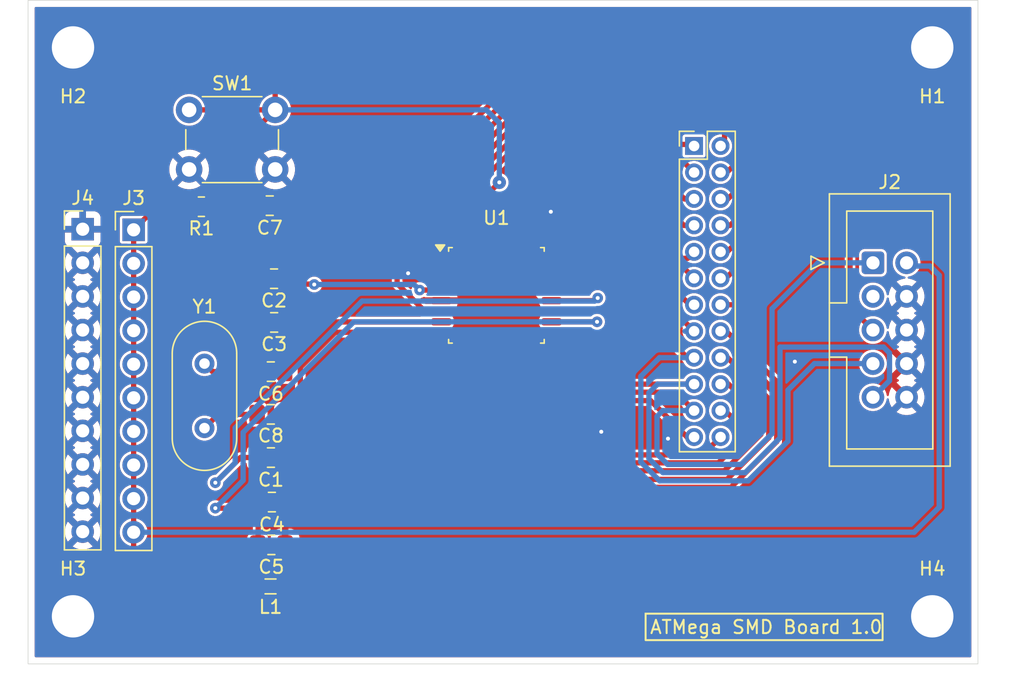
<source format=kicad_pcb>
(kicad_pcb (version 20241229) (generator "pcbnew") (generator_version "9.0")
  (title_block (title "CAN_Board") (date "2025-10-26") (rev "1.0") (company "PKl"))
  (layers (0 "F.Cu" signal) (2 "B.Cu" signal) (13 "F.Paste" user) (15 "B.Paste" user) (5 "F.SilkS" user "F.Silkscreen") (7 "B.SilkS" user "B.Silkscreen") (1 "F.Mask" user) (3 "B.Mask" user) (25 "Edge.Cuts" user))
  (net 0 "")
  (net 1 "GND")
  (net 2 "AREF")
  (net 3 "VCC")
  (net 4 "AVCC")
  (net 5 "Net-(C6-Pad2)")
  (net 6 "XTAL1")
  (net 7 "Net-(C8-Pad1)")
  (net 8 "XTAL2")
  (net 10 "RESET")
  (net 11 "PD3")
  (net 12 "PC4")
  (net 13 "PD4")
  (net 14 "PB5")
  (net 15 "PB4")
  (net 16 "PB2")
  (net 17 "PD6")
  (net 18 "PC3")
  (net 19 "PC0")
  (net 20 "PC5")
  (net 21 "PB1")
  (net 22 "PD0")
  (net 23 "PD2")
  (net 24 "PB3")
  (net 25 "PC2")
  (net 26 "PD7")
  (net 27 "PD5")
  (net 28 "PD1")
  (net 29 "PB0")
  (net 30 "PC1")
  (net 31 "PE1")
  (net 32 "PE3")
  (net 33 "PE2")
  (net 34 "PE0")
  (footprint "Capacitor_SMD:C_0805_2012Metric_Pad1.18x1.45mm_HandSolder" (layer "F.Cu") (at 140.285 89.48)
    (property "Reference" "C2" (at 0 1.655 0) (layer "F.SilkS"))
    (property "Value" "100nF")
    (fp_line (start -0.261252 -0.735) (end 0.261252 -0.735) (stroke (width 0.12)) (layer "F.SilkS"))
    (fp_line (start -0.261252 0.735) (end 0.261252 0.735) (stroke (width 0.12)) (layer "F.SilkS"))
    (pad "1" smd roundrect (at -1.0375 0) (size 1.175 1.45) (layers "F.Cu" "F.Mask" "F.Paste") (roundrect_rratio 0.212766) (net 1 "GND"))
    (pad "2" smd roundrect (at 1.0375 0) (size 1.175 1.45) (layers "F.Cu" "F.Mask" "F.Paste") (roundrect_rratio 0.212766) (net 3 "VCC"))
  )
  (footprint "Connector_PinHeader_2.54mm:PinHeader_1x10_P2.54mm_Vertical" (layer "F.Cu") (at 125.83 85.74)
    (property "Reference" "J4" (at 0 -2.36 0) (layer "F.SilkS"))
    (property "Value" "Conn_01x10_Pin")
    (fp_line (start -1.38 -1.38) (end 0 -1.38) (stroke (width 0.12)) (layer "F.SilkS"))
    (fp_line (start -1.38 0) (end -1.38 -1.38) (stroke (width 0.12)) (layer "F.SilkS"))
    (fp_line (start -1.38 1.27) (end -1.38 24.24) (stroke (width 0.12)) (layer "F.SilkS"))
    (fp_line (start -1.38 1.27) (end 1.38 1.27) (stroke (width 0.12)) (layer "F.SilkS"))
    (fp_line (start -1.38 24.24) (end 1.38 24.24) (stroke (width 0.12)) (layer "F.SilkS"))
    (fp_line (start 1.38 1.27) (end 1.38 24.24) (stroke (width 0.12)) (layer "F.SilkS"))
    (pad "1" thru_hole rect (at 0 0) (size 1.7 1.7) (drill 1) (layers "*.Cu" "*.Mask") (net 1 "GND"))
    (pad "2" thru_hole circle (at 0 2.54) (size 1.7 1.7) (drill 1) (layers "*.Cu" "*.Mask") (net 1 "GND"))
    (pad "3" thru_hole circle (at 0 5.08) (size 1.7 1.7) (drill 1) (layers "*.Cu" "*.Mask") (net 1 "GND"))
    (pad "4" thru_hole circle (at 0 7.62) (size 1.7 1.7) (drill 1) (layers "*.Cu" "*.Mask") (net 1 "GND"))
    (pad "5" thru_hole circle (at 0 10.16) (size 1.7 1.7) (drill 1) (layers "*.Cu" "*.Mask") (net 1 "GND"))
    (pad "6" thru_hole circle (at 0 12.7) (size 1.7 1.7) (drill 1) (layers "*.Cu" "*.Mask") (net 1 "GND"))
    (pad "7" thru_hole circle (at 0 15.24) (size 1.7 1.7) (drill 1) (layers "*.Cu" "*.Mask") (net 1 "GND"))
    (pad "8" thru_hole circle (at 0 17.78) (size 1.7 1.7) (drill 1) (layers "*.Cu" "*.Mask") (net 1 "GND"))
    (pad "9" thru_hole circle (at 0 20.32) (size 1.7 1.7) (drill 1) (layers "*.Cu" "*.Mask") (net 1 "GND"))
    (pad "10" thru_hole circle (at 0 22.86) (size 1.7 1.7) (drill 1) (layers "*.Cu" "*.Mask") (net 1 "GND"))
  )
  (footprint "Capacitor_SMD:C_0805_2012Metric_Pad1.18x1.45mm_HandSolder" (layer "F.Cu") (at 140.05 103 180)
    (property "Reference" "C1" (at 0 -1.68 0) (layer "F.SilkS"))
    (property "Value" "100nF")
    (fp_line (start -0.261252 0.735) (end 0.261252 0.735) (stroke (width 0.12)) (layer "F.SilkS"))
    (fp_line (start -0.261252 -0.735) (end 0.261252 -0.735) (stroke (width 0.12)) (layer "F.SilkS"))
    (pad "1" smd roundrect (at -1.0375 0 180) (size 1.175 1.45) (layers "F.Cu" "F.Mask" "F.Paste") (roundrect_rratio 0.212766) (net 1 "GND"))
    (pad "2" smd roundrect (at 1.0375 0 180) (size 1.175 1.45) (layers "F.Cu" "F.Mask" "F.Paste") (roundrect_rratio 0.212766) (net 2 "AREF"))
  )
  (footprint "Connector_PinHeader_2.00mm:PinHeader_2x12_P2.00mm_Vertical" (layer "F.Cu") (at 172.01 79.45)
    (property "Reference" "J1" (hide yes))
    (property "Value" "Conn_02x12_Odd_Even" (hide yes))
    (fp_line (start -1.11 -1.11) (end 0 -1.11) (stroke (width 0.12)) (layer "F.SilkS"))
    (fp_line (start -1.11 0) (end -1.11 -1.11) (stroke (width 0.12)) (layer "F.SilkS"))
    (fp_line (start -1.11 1) (end -1.11 23.11) (stroke (width 0.12)) (layer "F.SilkS"))
    (fp_line (start -1.11 1) (end 1 1) (stroke (width 0.12)) (layer "F.SilkS"))
    (fp_line (start -1.11 23.11) (end 3.11 23.11) (stroke (width 0.12)) (layer "F.SilkS"))
    (fp_line (start 1 -1.11) (end 3.11 -1.11) (stroke (width 0.12)) (layer "F.SilkS"))
    (fp_line (start 1 1) (end 1 -1.11) (stroke (width 0.12)) (layer "F.SilkS"))
    (fp_line (start 3.11 -1.11) (end 3.11 23.11) (stroke (width 0.12)) (layer "F.SilkS"))
    (pad "1" thru_hole rect (at 0 0) (size 1.35 1.35) (drill 0.8) (layers "*.Cu" "*.Mask") (net 20 "PC5"))
    (pad "2" thru_hole circle (at 2 0) (size 1.35 1.35) (drill 0.8) (layers "*.Cu" "*.Mask") (net 22 "PD0"))
    (pad "3" thru_hole circle (at 0 2) (size 1.35 1.35) (drill 0.8) (layers "*.Cu" "*.Mask") (net 12 "PC4"))
    (pad "4" thru_hole circle (at 2 2) (size 1.35 1.35) (drill 0.8) (layers "*.Cu" "*.Mask") (net 28 "PD1"))
    (pad "5" thru_hole circle (at 0 4) (size 1.35 1.35) (drill 0.8) (layers "*.Cu" "*.Mask") (net 18 "PC3"))
    (pad "6" thru_hole circle (at 2 4) (size 1.35 1.35) (drill 0.8) (layers "*.Cu" "*.Mask") (net 23 "PD2"))
    (pad "7" thru_hole circle (at 0 6) (size 1.35 1.35) (drill 0.8) (layers "*.Cu" "*.Mask") (net 25 "PC2"))
    (pad "8" thru_hole circle (at 2 6) (size 1.35 1.35) (drill 0.8) (layers "*.Cu" "*.Mask") (net 11 "PD3"))
    (pad "9" thru_hole circle (at 0 8) (size 1.35 1.35) (drill 0.8) (layers "*.Cu" "*.Mask") (net 30 "PC1"))
    (pad "10" thru_hole circle (at 2 8) (size 1.35 1.35) (drill 0.8) (layers "*.Cu" "*.Mask") (net 13 "PD4"))
    (pad "11" thru_hole circle (at 0 10) (size 1.35 1.35) (drill 0.8) (layers "*.Cu" "*.Mask") (net 19 "PC0"))
    (pad "12" thru_hole circle (at 2 10) (size 1.35 1.35) (drill 0.8) (layers "*.Cu" "*.Mask") (net 34 "PE0"))
    (pad "13" thru_hole circle (at 0 12) (size 1.35 1.35) (drill 0.8) (layers "*.Cu" "*.Mask") (net 32 "PE3"))
    (pad "14" thru_hole circle (at 2 12) (size 1.35 1.35) (drill 0.8) (layers "*.Cu" "*.Mask") (net 31 "PE1"))
    (pad "15" thru_hole circle (at 0 14) (size 1.35 1.35) (drill 0.8) (layers "*.Cu" "*.Mask") (net 33 "PE2"))
    (pad "16" thru_hole circle (at 2 14) (size 1.35 1.35) (drill 0.8) (layers "*.Cu" "*.Mask") (net 27 "PD5"))
    (pad "17" thru_hole circle (at 0 16) (size 1.35 1.35) (drill 0.8) (layers "*.Cu" "*.Mask") (net 14 "PB5"))
    (pad "18" thru_hole circle (at 2 16) (size 1.35 1.35) (drill 0.8) (layers "*.Cu" "*.Mask") (net 17 "PD6"))
    (pad "19" thru_hole circle (at 0 18) (size 1.35 1.35) (drill 0.8) (layers "*.Cu" "*.Mask") (net 15 "PB4"))
    (pad "20" thru_hole circle (at 2 18) (size 1.35 1.35) (drill 0.8) (layers "*.Cu" "*.Mask") (net 26 "PD7"))
    (pad "21" thru_hole circle (at 0 20) (size 1.35 1.35) (drill 0.8) (layers "*.Cu" "*.Mask") (net 24 "PB3"))
    (pad "22" thru_hole circle (at 2 20) (size 1.35 1.35) (drill 0.8) (layers "*.Cu" "*.Mask") (net 29 "PB0"))
    (pad "23" thru_hole circle (at 0 22) (size 1.35 1.35) (drill 0.8) (layers "*.Cu" "*.Mask") (net 16 "PB2"))
    (pad "24" thru_hole circle (at 2 22) (size 1.35 1.35) (drill 0.8) (layers "*.Cu" "*.Mask") (net 21 "PB1"))
  )
  (footprint "MountingHole:MountingHole_3.2mm_M3_DIN965_Pad" (layer "F.Cu") (at 125.1 72)
    (property "Reference" "H2" (at 0 3.7 0) (layer "F.SilkS"))
    (property "Value" "MountingHole_Pad" (hide yes))
    (pad "1" thru_hole circle (at 0 0) (size 5.6 5.6) (drill 3.2) (layers "*.Cu" "*.Mask") (net 1 "GND"))
  )
  (footprint "Capacitor_SMD:C_0805_2012Metric_Pad1.18x1.45mm_HandSolder" (layer "F.Cu") (at 139.96 83.96)
    (property "Reference" "C7" (at 0 1.675 0) (layer "F.SilkS"))
    (property "Value" "100nF" (hide yes))
    (fp_line (start -0.261252 -0.735) (end 0.261252 -0.735) (stroke (width 0.12)) (layer "F.SilkS"))
    (fp_line (start -0.261252 0.735) (end 0.261252 0.735) (stroke (width 0.12)) (layer "F.SilkS"))
    (pad "1" smd roundrect (at -1.0375 0) (size 1.175 1.45) (layers "F.Cu" "F.Mask" "F.Paste") (roundrect_rratio 0.212766) (net 10 "RESET"))
    (pad "2" smd roundrect (at 1.0375 0) (size 1.175 1.45) (layers "F.Cu" "F.Mask" "F.Paste") (roundrect_rratio 0.212766) (net 1 "GND"))
  )
  (footprint "Connector_IDC:IDC-Header_2x05_P2.54mm_Vertical" (layer "F.Cu") (at 185.52 88.28)
    (property "Reference" "J2" (at 1.27 -6.1 0) (layer "F.SilkS"))
    (property "Value" "AVR-ISP-10")
    (fp_line (start -4.68 -0.5) (end -4.68 0.5) (stroke (width 0.12)) (layer "F.SilkS"))
    (fp_line (start -4.68 0.5) (end -3.68 0) (stroke (width 0.12)) (layer "F.SilkS"))
    (fp_line (start -3.68 0) (end -4.68 -0.5) (stroke (width 0.12)) (layer "F.SilkS"))
    (fp_line (start -3.29 -5.21) (end 5.83 -5.21) (stroke (width 0.12)) (layer "F.SilkS"))
    (fp_line (start -3.29 3.03) (end -1.98 3.03) (stroke (width 0.12)) (layer "F.SilkS"))
    (fp_line (start -3.29 15.37) (end -3.29 -5.21) (stroke (width 0.12)) (layer "F.SilkS"))
    (fp_line (start -1.98 -3.91) (end 4.52 -3.91) (stroke (width 0.12)) (layer "F.SilkS"))
    (fp_line (start -1.98 3.03) (end -1.98 -3.91) (stroke (width 0.12)) (layer "F.SilkS"))
    (fp_line (start -1.98 7.13) (end -3.29 7.13) (stroke (width 0.12)) (layer "F.SilkS"))
    (fp_line (start -1.98 14.07) (end -1.98 7.13) (stroke (width 0.12)) (layer "F.SilkS"))
    (fp_line (start 4.52 -3.91) (end 4.52 14.07) (stroke (width 0.12)) (layer "F.SilkS"))
    (fp_line (start 4.52 14.07) (end -1.98 14.07) (stroke (width 0.12)) (layer "F.SilkS"))
    (fp_line (start 5.83 -5.21) (end 5.83 15.37) (stroke (width 0.12)) (layer "F.SilkS"))
    (fp_line (start 5.83 15.37) (end -3.29 15.37) (stroke (width 0.12)) (layer "F.SilkS"))
    (pad "1" thru_hole roundrect (at 0 0) (size 1.7 1.7) (drill 1) (layers "*.Cu" "*.Mask") (roundrect_rratio 0.147059) (net 24 "PB3"))
    (pad "2" thru_hole circle (at 2.54 0) (size 1.7 1.7) (drill 1) (layers "*.Cu" "*.Mask") (net 3 "VCC"))
    (pad "3" thru_hole circle (at 0 2.54) (size 1.7 1.7) (drill 1) (layers "*.Cu" "*.Mask"))
    (pad "4" thru_hole circle (at 2.54 2.54) (size 1.7 1.7) (drill 1) (layers "*.Cu" "*.Mask") (net 1 "GND"))
    (pad "5" thru_hole circle (at 0 5.08) (size 1.7 1.7) (drill 1) (layers "*.Cu" "*.Mask") (net 10 "RESET"))
    (pad "6" thru_hole circle (at 2.54 5.08) (size 1.7 1.7) (drill 1) (layers "*.Cu" "*.Mask") (net 1 "GND"))
    (pad "7" thru_hole circle (at 0 7.62) (size 1.7 1.7) (drill 1) (layers "*.Cu" "*.Mask") (net 14 "PB5"))
    (pad "8" thru_hole circle (at 2.54 7.62) (size 1.7 1.7) (drill 1) (layers "*.Cu" "*.Mask") (net 1 "GND"))
    (pad "9" thru_hole circle (at 0 10.16) (size 1.7 1.7) (drill 1) (layers "*.Cu" "*.Mask") (net 15 "PB4"))
    (pad "10" thru_hole circle (at 2.54 10.16) (size 1.7 1.7) (drill 1) (layers "*.Cu" "*.Mask") (net 1 "GND"))
  )
  (footprint "Resistor_SMD:R_0805_2012Metric" (layer "F.Cu") (at 134.7975 84.04)
    (property "Reference" "R1" (at 0 1.645 0) (layer "F.SilkS"))
    (property "Value" "1K")
    (fp_line (start -0.227064 -0.735) (end 0.227064 -0.735) (stroke (width 0.12)) (layer "F.SilkS"))
    (fp_line (start -0.227064 0.735) (end 0.227064 0.735) (stroke (width 0.12)) (layer "F.SilkS"))
    (pad "1" smd roundrect (at -0.9125 0) (size 1.025 1.4) (layers "F.Cu" "F.Mask" "F.Paste") (roundrect_rratio 0.243902) (net 3 "VCC"))
    (pad "2" smd roundrect (at 0.9125 0) (size 1.025 1.4) (layers "F.Cu" "F.Mask" "F.Paste") (roundrect_rratio 0.243902) (net 10 "RESET"))
  )
  (footprint "Capacitor_SMD:C_0805_2012Metric_Pad1.18x1.45mm_HandSolder" (layer "F.Cu") (at 140.0425 96.505 180)
    (property "Reference" "C6" (at 0 -1.68 0) (layer "F.SilkS"))
    (property "Value" "22pF")
    (fp_line (start -0.261252 0.735) (end 0.261252 0.735) (stroke (width 0.12)) (layer "F.SilkS"))
    (fp_line (start -0.261252 -0.735) (end 0.261252 -0.735) (stroke (width 0.12)) (layer "F.SilkS"))
    (pad "1" smd roundrect (at -1.0375 0 180) (size 1.175 1.45) (layers "F.Cu" "F.Mask" "F.Paste") (roundrect_rratio 0.212766) (net 6 "XTAL1"))
    (pad "2" smd roundrect (at 1.0375 0 180) (size 1.175 1.45) (layers "F.Cu" "F.Mask" "F.Paste") (roundrect_rratio 0.212766) (net 5 "Net-(C6-Pad2)"))
  )
  (footprint "Capacitor_SMD:C_0805_2012Metric_Pad1.18x1.45mm_HandSolder" (layer "F.Cu") (at 140.1225 106.365)
    (property "Reference" "C4" (at 0 1.7 0) (layer "F.SilkS"))
    (property "Value" "100nF")
    (fp_line (start -0.261252 -0.735) (end 0.261252 -0.735) (stroke (width 0.12)) (layer "F.SilkS"))
    (fp_line (start -0.261252 0.735) (end 0.261252 0.735) (stroke (width 0.12)) (layer "F.SilkS"))
    (pad "1" smd roundrect (at -1.0375 0) (size 1.175 1.45) (layers "F.Cu" "F.Mask" "F.Paste") (roundrect_rratio 0.212766) (net 4 "AVCC"))
    (pad "2" smd roundrect (at 1.0375 0) (size 1.175 1.45) (layers "F.Cu" "F.Mask" "F.Paste") (roundrect_rratio 0.212766) (net 1 "GND"))
  )
  (footprint "Inductor_SMD:L_0805_2012Metric_Pad1.05x1.20mm_HandSolder" (layer "F.Cu") (at 140.02 112.74 180)
    (property "Reference" "L1" (at 0 -1.55 0) (layer "F.SilkS"))
    (property "Value" "600 Ω@100 MHz" (hide yes))
    (fp_line (start -0.410242 0.56) (end 0.410242 0.56) (stroke (width 0.12)) (layer "F.SilkS"))
    (fp_line (start -0.410242 -0.56) (end 0.410242 -0.56) (stroke (width 0.12)) (layer "F.SilkS"))
    (pad "1" smd roundrect (at -1.15 0 180) (size 1.05 1.2) (layers "F.Cu" "F.Mask" "F.Paste") (roundrect_rratio 0.238095) (net 3 "VCC"))
    (pad "2" smd roundrect (at 1.15 0 180) (size 1.05 1.2) (layers "F.Cu" "F.Mask" "F.Paste") (roundrect_rratio 0.238095) (net 4 "AVCC"))
  )
  (footprint "Connector_PinHeader_2.54mm:PinHeader_1x10_P2.54mm_Vertical" (layer "F.Cu") (at 129.68 85.785)
    (property "Reference" "J3" (at 0 -2.395 0) (layer "F.SilkS"))
    (property "Value" "Conn_01x10_Pin")
    (fp_line (start -1.38 -1.38) (end 0 -1.38) (stroke (width 0.12)) (layer "F.SilkS"))
    (fp_line (start -1.38 0) (end -1.38 -1.38) (stroke (width 0.12)) (layer "F.SilkS"))
    (fp_line (start -1.38 1.27) (end -1.38 24.24) (stroke (width 0.12)) (layer "F.SilkS"))
    (fp_line (start -1.38 1.27) (end 1.38 1.27) (stroke (width 0.12)) (layer "F.SilkS"))
    (fp_line (start -1.38 24.24) (end 1.38 24.24) (stroke (width 0.12)) (layer "F.SilkS"))
    (fp_line (start 1.38 1.27) (end 1.38 24.24) (stroke (width 0.12)) (layer "F.SilkS"))
    (pad "1" thru_hole rect (at 0 0) (size 1.7 1.7) (drill 1) (layers "*.Cu" "*.Mask") (net 3 "VCC"))
    (pad "2" thru_hole circle (at 0 2.54) (size 1.7 1.7) (drill 1) (layers "*.Cu" "*.Mask") (net 3 "VCC"))
    (pad "3" thru_hole circle (at 0 5.08) (size 1.7 1.7) (drill 1) (layers "*.Cu" "*.Mask") (net 3 "VCC"))
    (pad "4" thru_hole circle (at 0 7.62) (size 1.7 1.7) (drill 1) (layers "*.Cu" "*.Mask") (net 3 "VCC"))
    (pad "5" thru_hole circle (at 0 10.16) (size 1.7 1.7) (drill 1) (layers "*.Cu" "*.Mask") (net 3 "VCC"))
    (pad "6" thru_hole circle (at 0 12.7) (size 1.7 1.7) (drill 1) (layers "*.Cu" "*.Mask") (net 3 "VCC"))
    (pad "7" thru_hole circle (at 0 15.24) (size 1.7 1.7) (drill 1) (layers "*.Cu" "*.Mask") (net 3 "VCC"))
    (pad "8" thru_hole circle (at 0 17.78) (size 1.7 1.7) (drill 1) (layers "*.Cu" "*.Mask") (net 3 "VCC"))
    (pad "9" thru_hole circle (at 0 20.32) (size 1.7 1.7) (drill 1) (layers "*.Cu" "*.Mask") (net 3 "VCC"))
    (pad "10" thru_hole circle (at 0 22.86) (size 1.7 1.7) (drill 1) (layers "*.Cu" "*.Mask") (net 3 "VCC"))
  )
  (footprint "Package_QFP:TQFP-32_7x7mm_P0.8mm" (layer "F.Cu") (at 157.08 90.74)
    (property "Reference" "U1" (at 0 -5.85 0) (layer "F.SilkS"))
    (property "Value" "ATmega328PB-A")
    (fp_line (start -3.61 -3.61) (end -3.335 -3.61) (stroke (width 0.12)) (layer "F.SilkS"))
    (fp_line (start -3.61 -3.335) (end -3.61 -3.61) (stroke (width 0.12)) (layer "F.SilkS"))
    (fp_line (start -3.61 3.61) (end -3.61 3.335) (stroke (width 0.12)) (layer "F.SilkS"))
    (fp_line (start -3.335 3.61) (end -3.61 3.61) (stroke (width 0.12)) (layer "F.SilkS"))
    (fp_line (start 3.335 -3.61) (end 3.61 -3.61) (stroke (width 0.12)) (layer "F.SilkS"))
    (fp_line (start 3.61 -3.61) (end 3.61 -3.335) (stroke (width 0.12)) (layer "F.SilkS"))
    (fp_line (start 3.61 3.335) (end 3.61 3.61) (stroke (width 0.12)) (layer "F.SilkS"))
    (fp_line (start 3.61 3.61) (end 3.335 3.61) (stroke (width 0.12)) (layer "F.SilkS"))
    (fp_poly (pts (xy -4.25 -3.34) (xy -4.59 -3.81) (xy -3.91 -3.81)) (stroke (width 0.12)) (fill yes) (layer "F.SilkS"))
    (pad "1" smd roundrect (at -4.1625 -2.8) (size 1.475 0.55) (layers "F.Cu" "F.Mask" "F.Paste") (net 11 "PD3"))
    (pad "2" smd roundrect (at -4.1625 -2) (size 1.475 0.55) (layers "F.Cu" "F.Mask" "F.Paste") (net 13 "PD4"))
    (pad "3" smd roundrect (at -4.1625 -1.2) (size 1.475 0.55) (layers "F.Cu" "F.Mask" "F.Paste") (net 34 "PE0"))
    (pad "4" smd roundrect (at -4.1625 -0.4) (size 1.475 0.55) (layers "F.Cu" "F.Mask" "F.Paste") (net 3 "VCC"))
    (pad "5" smd roundrect (at -4.1625 0.4) (size 1.475 0.55) (layers "F.Cu" "F.Mask" "F.Paste") (net 1 "GND"))
    (pad "6" smd roundrect (at -4.1625 1.2) (size 1.475 0.55) (layers "F.Cu" "F.Mask" "F.Paste") (net 31 "PE1"))
    (pad "7" smd roundrect (at -4.1625 2) (size 1.475 0.55) (layers "F.Cu" "F.Mask" "F.Paste") (net 6 "XTAL1"))
    (pad "8" smd roundrect (at -4.1625 2.8) (size 1.475 0.55) (layers "F.Cu" "F.Mask" "F.Paste") (net 8 "XTAL2"))
    (pad "9" smd roundrect (at -2.8 4.1625) (size 0.55 1.475) (layers "F.Cu" "F.Mask" "F.Paste") (net 27 "PD5"))
    (pad "10" smd roundrect (at -2 4.1625) (size 0.55 1.475) (layers "F.Cu" "F.Mask" "F.Paste") (net 17 "PD6"))
    (pad "11" smd roundrect (at -1.2 4.1625) (size 0.55 1.475) (layers "F.Cu" "F.Mask" "F.Paste") (net 26 "PD7"))
    (pad "12" smd roundrect (at -0.4 4.1625) (size 0.55 1.475) (layers "F.Cu" "F.Mask" "F.Paste") (net 29 "PB0"))
    (pad "13" smd roundrect (at 0.4 4.1625) (size 0.55 1.475) (layers "F.Cu" "F.Mask" "F.Paste") (net 21 "PB1"))
    (pad "14" smd roundrect (at 1.2 4.1625) (size 0.55 1.475) (layers "F.Cu" "F.Mask" "F.Paste") (net 16 "PB2"))
    (pad "15" smd roundrect (at 2 4.1625) (size 0.55 1.475) (layers "F.Cu" "F.Mask" "F.Paste") (net 24 "PB3"))
    (pad "16" smd roundrect (at 2.8 4.1625) (size 0.55 1.475) (layers "F.Cu" "F.Mask" "F.Paste") (net 15 "PB4"))
    (pad "17" smd roundrect (at 4.1625 2.8) (size 1.475 0.55) (layers "F.Cu" "F.Mask" "F.Paste") (net 14 "PB5"))
    (pad "18" smd roundrect (at 4.1625 2) (size 1.475 0.55) (layers "F.Cu" "F.Mask" "F.Paste") (net 4 "AVCC"))
    (pad "19" smd roundrect (at 4.1625 1.2) (size 1.475 0.55) (layers "F.Cu" "F.Mask" "F.Paste") (net 33 "PE2"))
    (pad "20" smd roundrect (at 4.1625 0.4) (size 1.475 0.55) (layers "F.Cu" "F.Mask" "F.Paste") (net 2 "AREF"))
    (pad "21" smd roundrect (at 4.1625 -0.4) (size 1.475 0.55) (layers "F.Cu" "F.Mask" "F.Paste") (net 1 "GND"))
    (pad "22" smd roundrect (at 4.1625 -1.2) (size 1.475 0.55) (layers "F.Cu" "F.Mask" "F.Paste") (net 32 "PE3"))
    (pad "23" smd roundrect (at 4.1625 -2) (size 1.475 0.55) (layers "F.Cu" "F.Mask" "F.Paste") (net 19 "PC0"))
    (pad "24" smd roundrect (at 4.1625 -2.8) (size 1.475 0.55) (layers "F.Cu" "F.Mask" "F.Paste") (net 30 "PC1"))
    (pad "25" smd roundrect (at 2.8 -4.1625) (size 0.55 1.475) (layers "F.Cu" "F.Mask" "F.Paste") (net 25 "PC2"))
    (pad "26" smd roundrect (at 2 -4.1625) (size 0.55 1.475) (layers "F.Cu" "F.Mask" "F.Paste") (net 18 "PC3"))
    (pad "27" smd roundrect (at 1.2 -4.1625) (size 0.55 1.475) (layers "F.Cu" "F.Mask" "F.Paste") (net 12 "PC4"))
    (pad "28" smd roundrect (at 0.4 -4.1625) (size 0.55 1.475) (layers "F.Cu" "F.Mask" "F.Paste") (net 20 "PC5"))
    (pad "29" smd roundrect (at -0.4 -4.1625) (size 0.55 1.475) (layers "F.Cu" "F.Mask" "F.Paste") (net 10 "RESET"))
    (pad "30" smd roundrect (at -1.2 -4.1625) (size 0.55 1.475) (layers "F.Cu" "F.Mask" "F.Paste") (net 22 "PD0"))
    (pad "31" smd roundrect (at -2 -4.1625) (size 0.55 1.475) (layers "F.Cu" "F.Mask" "F.Paste") (net 28 "PD1"))
    (pad "32" smd roundrect (at -2.8 -4.1625) (size 0.55 1.475) (layers "F.Cu" "F.Mask" "F.Paste") (net 23 "PD2"))
  )
  (footprint "Button_Switch_THT:SW_PUSH_6mm" (layer "F.Cu") (at 133.87 76.72)
    (property "Reference" "SW1" (at 3.25 -2 0) (layer "F.SilkS"))
    (property "Value" "Tact Switch 6x6mm / 13mm" (hide yes))
    (fp_line (start -0.25 1.5) (end -0.25 3) (stroke (width 0.12)) (layer "F.SilkS"))
    (fp_line (start 1 5.5) (end 5.5 5.5) (stroke (width 0.12)) (layer "F.SilkS"))
    (fp_line (start 5.5 -1) (end 1 -1) (stroke (width 0.12)) (layer "F.SilkS"))
    (fp_line (start 6.75 3) (end 6.75 1.5) (stroke (width 0.12)) (layer "F.SilkS"))
    (pad "1" thru_hole circle (at 0 0 90) (size 2 2) (drill 1.1) (layers "*.Cu" "*.Mask") (net 10 "RESET"))
    (pad "1" thru_hole circle (at 6.5 0 90) (size 2 2) (drill 1.1) (layers "*.Cu" "*.Mask") (net 10 "RESET"))
    (pad "2" thru_hole circle (at 0 4.5 90) (size 2 2) (drill 1.1) (layers "*.Cu" "*.Mask") (net 1 "GND"))
    (pad "2" thru_hole circle (at 6.5 4.5 90) (size 2 2) (drill 1.1) (layers "*.Cu" "*.Mask") (net 1 "GND"))
  )
  (footprint "MountingHole:MountingHole_3.2mm_M3_DIN965_Pad" (layer "F.Cu") (at 125.1 115)
    (property "Reference" "H3" (at 0 -3.6 0) (layer "F.SilkS"))
    (property "Value" "MountingHole_Pad")
    (pad "1" thru_hole circle (at 0 0) (size 5.6 5.6) (drill 3.2) (layers "*.Cu" "*.Mask") (net 1 "GND"))
  )
  (footprint "Capacitor_SMD:C_0805_2012Metric_Pad1.18x1.45mm_HandSolder" (layer "F.Cu") (at 140.0825 109.6)
    (property "Reference" "C5" (at 0 1.665 0) (layer "F.SilkS"))
    (property "Value" "1uF")
    (fp_line (start -0.261252 -0.735) (end 0.261252 -0.735) (stroke (width 0.12)) (layer "F.SilkS"))
    (fp_line (start -0.261252 0.735) (end 0.261252 0.735) (stroke (width 0.12)) (layer "F.SilkS"))
    (pad "1" smd roundrect (at -1.0375 0) (size 1.175 1.45) (layers "F.Cu" "F.Mask" "F.Paste") (roundrect_rratio 0.212766) (net 4 "AVCC"))
    (pad "2" smd roundrect (at 1.0375 0) (size 1.175 1.45) (layers "F.Cu" "F.Mask" "F.Paste") (roundrect_rratio 0.212766) (net 1 "GND"))
  )
  (footprint "Crystal:Crystal_HC49-4H_Vertical" (layer "F.Cu") (at 135.03 95.895 -90)
    (property "Reference" "Y1" (at -4.3 0 0) (layer "F.SilkS"))
    (property "Value" "Crystal")
    (fp_line (start 5.64 2.435) (end -0.76 2.435) (stroke (width 0.12)) (layer "F.SilkS"))
    (fp_line (start -0.76 -2.435) (end 5.64 -2.435) (stroke (width 0.12)) (layer "F.SilkS"))
    (fp_arc (start -0.76 2.435) (mid -3.195 0) (end -0.76 -2.435) (stroke (width 0.12)) (layer "F.SilkS"))
    (fp_arc (start 5.64 -2.435) (mid 8.075 0) (end 5.64 2.435) (stroke (width 0.12)) (layer "F.SilkS"))
    (pad "1" thru_hole circle (at 0 0 270) (size 1.5 1.5) (drill 0.8) (layers "*.Cu" "*.Mask") (net 5 "Net-(C6-Pad2)"))
    (pad "2" thru_hole circle (at 4.88 0 270) (size 1.5 1.5) (drill 0.8) (layers "*.Cu" "*.Mask") (net 7 "Net-(C8-Pad1)"))
  )
  (footprint "Capacitor_SMD:C_0805_2012Metric_Pad1.18x1.45mm_HandSolder" (layer "F.Cu") (at 140.2925 92.785)
    (property "Reference" "C3" (at 0 1.65 0) (layer "F.SilkS"))
    (property "Value" "1uF")
    (fp_line (start -0.261252 -0.735) (end 0.261252 -0.735) (stroke (width 0.12)) (layer "F.SilkS"))
    (fp_line (start -0.261252 0.735) (end 0.261252 0.735) (stroke (width 0.12)) (layer "F.SilkS"))
    (pad "1" smd roundrect (at -1.0375 0) (size 1.175 1.45) (layers "F.Cu" "F.Mask" "F.Paste") (roundrect_rratio 0.212766) (net 1 "GND"))
    (pad "2" smd roundrect (at 1.0375 0) (size 1.175 1.45) (layers "F.Cu" "F.Mask" "F.Paste") (roundrect_rratio 0.212766) (net 3 "VCC"))
  )
  (footprint "Capacitor_SMD:C_0805_2012Metric_Pad1.18x1.45mm_HandSolder" (layer "F.Cu") (at 140.0425 99.735)
    (property "Reference" "C8" (at 0 1.61 0) (layer "F.SilkS"))
    (property "Value" "22pF")
    (fp_line (start -0.261252 -0.735) (end 0.261252 -0.735) (stroke (width 0.12)) (layer "F.SilkS"))
    (fp_line (start -0.261252 0.735) (end 0.261252 0.735) (stroke (width 0.12)) (layer "F.SilkS"))
    (pad "1" smd roundrect (at -1.0375 0) (size 1.175 1.45) (layers "F.Cu" "F.Mask" "F.Paste") (roundrect_rratio 0.212766) (net 7 "Net-(C8-Pad1)"))
    (pad "2" smd roundrect (at 1.0375 0) (size 1.175 1.45) (layers "F.Cu" "F.Mask" "F.Paste") (roundrect_rratio 0.212766) (net 8 "XTAL2"))
  )
  (footprint "MountingHole:MountingHole_3.2mm_M3_DIN965_Pad" (layer "F.Cu") (at 190 115)
    (property "Reference" "H4" (at 0 -3.6 0) (layer "F.SilkS"))
    (property "Value" "MountingHole_Pad")
    (pad "1" thru_hole circle (at 0 0) (size 5.6 5.6) (drill 3.2) (layers "*.Cu" "*.Mask") (net 1 "GND"))
  )
  (footprint "MountingHole:MountingHole_3.2mm_M3_DIN965_Pad" (layer "F.Cu") (at 190 72)
    (property "Reference" "H1" (at 0 3.7 0) (layer "F.SilkS"))
    (property "Value" "MountingHole_Pad" (hide yes))
    (pad "1" thru_hole circle (at 0 0) (size 5.6 5.6) (drill 3.2) (layers "*.Cu" "*.Mask") (net 1 "GND"))
  )
  (gr_rect (start 168.35 114.8) (end 186.25 116.8) (stroke (width 0.15)) (fill no) (layer "F.SilkS"))
  (gr_rect (start 121.707152 68.44) (end 193.45 118.595) (stroke (width 0.05)) (fill no) (layer "Edge.Cuts"))
  (gr_text "ATMega SMD Board 1.0" (at 168.6 116.4 0) (layer "F.SilkS") (effects (font (size 1 1)) (justify left bottom)))
  (via (at 150.41 89.07) (size 0.8) (drill 0.3) (layers "F.Cu" "B.Cu") (net 1))
  (via (at 165 101.05) (size 0.8) (drill 0.3) (layers "F.Cu" "B.Cu") (net 1))
  (via (at 170.04 101.57) (size 0.8) (drill 0.3) (layers "F.Cu" "B.Cu") (net 1))
  (via (at 179.62 95.75) (size 0.8) (drill 0.3) (layers "F.Cu" "B.Cu") (net 1))
  (via (at 161.19 84.42) (size 0.8) (drill 0.3) (layers "F.Cu" "B.Cu") (net 1))
  (segment (start 138.9975 102.985) (end 139.0125 103) (width 0.4) (layer "F.Cu") (net 2))
  (segment (start 164.53 91.14) (end 164.73 90.94) (width 0.4) (layer "F.Cu") (net 2))
  (segment (start 135.85 104.9) (end 137.75 103) (width 0.4) (layer "F.Cu") (net 2))
  (segment (start 139.04 102.9725) (end 139.0125 103) (width 0.4) (layer "F.Cu") (net 2))
  (segment (start 161.2425 91.14) (end 164.53 91.14) (width 0.4) (layer "F.Cu") (net 2))
  (segment (start 137.75 103) (end 139.0125 103) (width 0.4) (layer "F.Cu") (net 2))
  (via (at 164.73 90.94) (size 0.8) (drill 0.3) (layers "F.Cu" "B.Cu") (net 2))
  (via (at 135.85 104.9) (size 0.8) (drill 0.3) (layers "F.Cu" "B.Cu") (net 2))
  (segment (start 164.5 91.17) (end 146.93 91.17) (width 0.4) (layer "B.Cu") (net 2))
  (segment (start 146.93 91.17) (end 137.35 100.75) (width 0.4) (layer "B.Cu") (net 2))
  (segment (start 164.73 90.94) (end 164.5 91.17) (width 0.4) (layer "B.Cu") (net 2))
  (segment (start 137.35 103.4) (end 135.85 104.9) (width 0.4) (layer "B.Cu") (net 2))
  (segment (start 137.35 100.75) (end 137.35 103.4) (width 0.4) (layer "B.Cu") (net 2))
  (segment (start 143.29 89.89) (end 143.32 89.92) (width 0.4) (layer "F.Cu") (net 3))
  (segment (start 141.17 113.72) (end 140.37 114.52) (width 0.4) (layer "F.Cu") (net 3))
  (segment (start 141.31 89.4925) (end 141.3225 89.48) (width 0.4) (layer "F.Cu") (net 3))
  (segment (start 129.68 113.93) (end 129.68 108.645) (width 0.4) (layer "F.Cu") (net 3))
  (segment (start 140.37 114.52) (end 130.27 114.52) (width 0.4) (layer "F.Cu") (net 3))
  (segment (start 129.68 85.785) (end 129.68 108.645) (width 0.4) (layer "F.Cu") (net 3))
  (segment (start 141.3225 89.48) (end 141.7325 89.89) (width 0.4) (layer "F.Cu") (net 3))
  (segment (start 130.27 114.52) (end 129.68 113.93) (width 0.4) (layer "F.Cu") (net 3))
  (segment (start 141.17 112.74) (end 141.17 113.72) (width 0.4) (layer "F.Cu") (net 3))
  (segment (start 141.31 92.755) (end 141.31 89.4925) (width 0.4) (layer "F.Cu") (net 3))
  (segment (start 133.885 84.04) (end 137.6775 87.8325) (width 0.4) (layer "F.Cu") (net 3))
  (segment (start 151.28 90.34) (end 152.9175 90.34) (width 0.4) (layer "F.Cu") (net 3))
  (segment (start 141.7325 89.89) (end 143.29 89.89) (width 0.4) (layer "F.Cu") (net 3))
  (segment (start 131.425 84.04) (end 129.68 85.785) (width 0.4) (layer "F.Cu") (net 3))
  (segment (start 133.885 84.04) (end 131.425 84.04) (width 0.4) (layer "F.Cu") (net 3))
  (segment (start 141.3225 89.48) (end 141.3225 87.8325) (width 0.4) (layer "F.Cu") (net 3))
  (segment (start 137.6775 87.8325) (end 140.95 87.8325) (width 0.4) (layer "F.Cu") (net 3))
  (segment (start 140.95 87.8325) (end 141.3225 87.8325) (width 0.4) (layer "F.Cu") (net 3))
  (via (at 143.32 89.92) (size 0.8) (drill 0.3) (layers "F.Cu" "B.Cu") (net 3))
  (via (at 151.28 90.34) (size 0.8) (drill 0.3) (layers "F.Cu" "B.Cu") (net 3))
  (segment (start 151.28 90.34) (end 150.86 89.92) (width 0.4) (layer "B.Cu") (net 3))
  (segment (start 150.86 89.92) (end 143.32 89.92) (width 0.4) (layer "B.Cu") (net 3))
  (segment (start 188.305 88.525) (end 188.06 88.28) (width 0.4) (layer "B.Cu") (net 3))
  (segment (start 189.825 88.525) (end 188.305 88.525) (width 0.4) (layer "B.Cu") (net 3))
  (segment (start 143.32 89.92) (end 143.3 89.92) (width 0.4) (layer "B.Cu") (net 3))
  (segment (start 188.63 108.645) (end 190.525 106.75) (width 0.4) (layer "B.Cu") (net 3))
  (segment (start 190.525 89.225) (end 189.825 88.525) (width 0.4) (layer "B.Cu") (net 3))
  (segment (start 129.68 108.645) (end 188.63 108.645) (width 0.4) (layer "B.Cu") (net 3))
  (segment (start 190.525 106.75) (end 190.525 89.225) (width 0.4) (layer "B.Cu") (net 3))
  (segment (start 135.85 106.825) (end 138.625 106.825) (width 0.4) (layer "F.Cu") (net 4))
  (segment (start 164.68 92.74) (end 161.2425 92.74) (width 0.4) (layer "F.Cu") (net 4))
  (segment (start 139.045 109.6) (end 139.045 112.565) (width 0.4) (layer "F.Cu") (net 4))
  (segment (start 139.085 109.56) (end 139.045 109.6) (width 0.4) (layer "F.Cu") (net 4))
  (segment (start 139.045 112.565) (end 138.87 112.74) (width 0.4) (layer "F.Cu") (net 4))
  (segment (start 138.625 106.825) (end 139.085 106.365) (width 0.4) (layer "F.Cu") (net 4))
  (segment (start 139.085 106.365) (end 139.085 109.56) (width 0.4) (layer "F.Cu") (net 4))
  (segment (start 139.045 106.38) (end 139.055 106.37) (width 0.4) (layer "F.Cu") (net 4))
  (via (at 164.68 92.74) (size 0.8) (drill 0.3) (layers "F.Cu" "B.Cu") (net 4))
  (via (at 135.85 106.825) (size 0.8) (drill 0.3) (layers "F.Cu" "B.Cu") (net 4))
  (segment (start 137.95 104.725) (end 135.85 106.825) (width 0.4) (layer "B.Cu") (net 4))
  (segment (start 137.95 101.1) (end 137.95 104.725) (width 0.4) (layer "B.Cu") (net 4))
  (segment (start 164.68 92.74) (end 146.31 92.74) (width 0.4) (layer "B.Cu") (net 4))
  (segment (start 146.31 92.74) (end 137.95 101.1) (width 0.4) (layer "B.Cu") (net 4))
  (segment (start 139.005 96.505) (end 135.64 96.505) (width 0.4) (layer "F.Cu") (net 5))
  (segment (start 135.64 96.505) (end 135.03 95.895) (width 0.4) (layer "F.Cu") (net 5))
  (segment (start 144.835 92.75) (end 152.9075 92.75) (width 0.4) (layer "F.Cu") (net 6))
  (segment (start 141.08 96.505) (end 144.835 92.75) (width 0.4) (layer "F.Cu") (net 6))
  (segment (start 152.9075 92.75) (end 152.9175 92.74) (width 0.4) (layer "F.Cu") (net 6))
  (segment (start 139.005 99.735) (end 136.07 99.735) (width 0.4) (layer "F.Cu") (net 7))
  (segment (start 136.07 99.735) (end 135.03 100.775) (width 0.4) (layer "F.Cu") (net 7))
  (segment (start 141.08 99.735) (end 142.27 98.545) (width 0.4) (layer "F.Cu") (net 8))
  (segment (start 144.92 93.53) (end 152.9075 93.53) (width 0.4) (layer "F.Cu") (net 8))
  (segment (start 152.9075 93.53) (end 152.9175 93.54) (width 0.4) (layer "F.Cu") (net 8))
  (segment (start 142.27 96.18) (end 144.92 93.53) (width 0.4) (layer "F.Cu") (net 8))
  (segment (start 142.27 98.545) (end 142.27 96.18) (width 0.4) (layer "F.Cu") (net 8))
  (segment (start 140.855 99.585) (end 140.81 99.63) (width 0.4) (layer "F.Cu") (net 8))
  (segment (start 140.37 72.28) (end 140.37 76.72) (width 0.4) (layer "F.Cu") (net 10))
  (segment (start 138.9425 83.85) (end 137.96 83.85) (width 0.4) (layer "F.Cu") (net 10))
  (segment (start 138.8425 84.04) (end 138.9225 83.96) (width 0.4) (layer "F.Cu") (net 10))
  (segment (start 156.68 86.5775) (end 156.68 82.82) (width 0.4) (layer "F.Cu") (net 10))
  (segment (start 137.96 83.85) (end 137.25 83.14) (width 0.4) (layer "F.Cu") (net 10))
  (segment (start 137.25 83.14) (end 137.25 79.84) (width 0.4) (layer "F.Cu") (net 10))
  (segment (start 142.18 70.47) (end 140.37 72.28) (width 0.4) (layer "F.Cu") (net 10))
  (segment (start 140.17 76.52) (end 140.37 76.72) (width 0.4) (layer "F.Cu") (net 10))
  (segment (start 185.52 93.36) (end 183.79 91.63) (width 0.4) (layer "F.Cu") (net 10))
  (segment (start 135.71 84.04) (end 138.8425 84.04) (width 0.4) (layer "F.Cu") (net 10))
  (segment (start 137.25 79.84) (end 140.37 76.72) (width 0.4) (layer "F.Cu") (net 10))
  (segment (start 140.37 76.72) (end 133.87 76.72) (width 0.4) (layer "F.Cu") (net 10))
  (segment (start 156.68 82.82) (end 157.3 82.2) (width 0.4) (layer "F.Cu") (net 10))
  (segment (start 182.53 70.47) (end 142.18 70.47) (width 0.4) (layer "F.Cu") (net 10))
  (segment (start 183.79 71.73) (end 182.53 70.47) (width 0.4) (layer "F.Cu") (net 10))
  (segment (start 183.79 91.63) (end 183.79 71.73) (width 0.4) (layer "F.Cu") (net 10))
  (via (at 157.3 82.2) (size 1) (drill 0.3) (layers "F.Cu" "B.Cu") (net 10))
  (segment (start 157.3 82.2) (end 157.3 77.7) (width 0.4) (layer "B.Cu") (net 10))
  (segment (start 156.32 76.72) (end 140.37 76.72) (width 0.4) (layer "B.Cu") (net 10))
  (segment (start 140.48 76.61) (end 140.37 76.72) (width 0.4) (layer "B.Cu") (net 10))
  (segment (start 157.3 77.7) (end 156.32 76.72) (width 0.4) (layer "B.Cu") (net 10))
  (segment (start 151.55 87.28) (end 151.55 83.94) (width 0.4) (layer "F.Cu") (net 11))
  (segment (start 177.56 77.56) (end 177.56 82.62) (width 0.4) (layer "F.Cu") (net 11))
  (segment (start 175.44 75.44) (end 177.56 77.56) (width 0.4) (layer "F.Cu") (net 11))
  (segment (start 160.05 75.44) (end 175.44 75.44) (width 0.4) (layer "F.Cu") (net 11))
  (segment (start 177.56 82.62) (end 174.73 85.45) (width 0.4) (layer "F.Cu") (net 11))
  (segment (start 174.73 85.45) (end 174.01 85.45) (width 0.4) (layer "F.Cu") (net 11))
  (segment (start 152.43 87.95) (end 152.45 87.97) (width 0.4) (layer "F.Cu") (net 11))
  (segment (start 152.21 87.94) (end 151.55 87.28) (width 0.4) (layer "F.Cu") (net 11))
  (segment (start 152.9175 87.94) (end 152.21 87.94) (width 0.4) (layer "F.Cu") (net 11))
  (segment (start 151.55 83.94) (end 160.05 75.44) (width 0.4) (layer "F.Cu") (net 11))
  (segment (start 162.02 79.98) (end 170.54 79.98) (width 0.4) (layer "F.Cu") (net 12))
  (segment (start 170.54 79.98) (end 172.01 81.45) (width 0.4) (layer "F.Cu") (net 12))
  (segment (start 158.28 83.72) (end 162.02 79.98) (width 0.4) (layer "F.Cu") (net 12))
  (segment (start 158.28 86.5775) (end 158.28 83.72) (width 0.4) (layer "F.Cu") (net 12))
  (segment (start 171.69 81.13) (end 171.69 81.425) (width 0.4) (layer "B.Cu") (net 12))
  (segment (start 159.81 74.83) (end 150.82 83.82) (width 0.4) (layer "F.Cu") (net 13))
  (segment (start 175.69 74.83) (end 159.81 74.83) (width 0.4) (layer "F.Cu") (net 13))
  (segment (start 152.12 88.74) (end 152.9175 88.74) (width 0.4) (layer "F.Cu") (net 13))
  (segment (start 150.82 87.44) (end 152.12 88.74) (width 0.4) (layer "F.Cu") (net 13))
  (segment (start 150.82 83.82) (end 150.82 87.44) (width 0.4) (layer "F.Cu") (net 13))
  (segment (start 174.51 87.45) (end 178.24 83.72) (width 0.4) (layer "F.Cu") (net 13))
  (segment (start 174.01 87.45) (end 174.51 87.45) (width 0.4) (layer "F.Cu") (net 13))
  (segment (start 178.24 77.38) (end 175.69 74.83) (width 0.4) (layer "F.Cu") (net 13))
  (segment (start 178.24 83.72) (end 178.24 77.38) (width 0.4) (layer "F.Cu") (net 13))
  (segment (start 171.45 95.45) (end 172.01 95.45) (width 0.4) (layer "F.Cu") (net 14))
  (segment (start 171.5 95.45) (end 172.01 95.45) (width 0.4) (layer "F.Cu") (net 14))
  (segment (start 169.59 93.54) (end 171.5 95.45) (width 0.4) (layer "F.Cu") (net 14))
  (segment (start 161.2425 93.54) (end 169.59 93.54) (width 0.4) (layer "F.Cu") (net 14))
  (segment (start 179.1 101.76) (end 176.1 104.76) (width 0.4) (layer "B.Cu") (net 14))
  (segment (start 169.41 104.76) (end 167.99 103.34) (width 0.4) (layer "B.Cu") (net 14))
  (segment (start 176.1 104.76) (end 169.41 104.76) (width 0.4) (layer "B.Cu") (net 14))
  (segment (start 167.99 103.34) (end 167.99 96.86) (width 0.4) (layer "B.Cu") (net 14))
  (segment (start 179.1 97.9) (end 179.1 101.76) (width 0.4) (layer "B.Cu") (net 14))
  (segment (start 185.52 95.9) (end 181.1 95.9) (width 0.4) (layer "B.Cu") (net 14))
  (segment (start 169.4 95.45) (end 172.01 95.45) (width 0.4) (layer "B.Cu") (net 14))
  (segment (start 181.1 95.9) (end 179.1 97.9) (width 0.4) (layer "B.Cu") (net 14))
  (segment (start 167.99 96.86) (end 169.4 95.45) (width 0.4) (layer "B.Cu") (net 14))
  (segment (start 161.18 97.45) (end 172.01 97.45) (width 0.4) (layer "F.Cu") (net 15))
  (segment (start 159.88 96.15) (end 161.18 97.45) (width 0.4) (layer "F.Cu") (net 15))
  (segment (start 159.88 94.9025) (end 159.88 96.15) (width 0.4) (layer "F.Cu") (net 15))
  (segment (start 168.6 103.08) (end 168.6 98.1) (width 0.4) (layer "B.Cu") (net 15))
  (segment (start 186.32 94.65) (end 178.5 94.65) (width 0.4) (layer "B.Cu") (net 15))
  (segment (start 169.66 104.14) (end 168.6 103.08) (width 0.4) (layer "B.Cu") (net 15))
  (segment (start 178.5 94.65) (end 178.5 101.51) (width 0.4) (layer "B.Cu") (net 15))
  (segment (start 169.25 97.45) (end 172.01 97.45) (width 0.4) (layer "B.Cu") (net 15))
  (segment (start 185.52 98.44) (end 186.77 97.19) (width 0.4) (layer "B.Cu") (net 15))
  (segment (start 178.5 101.51) (end 175.87 104.14) (width 0.4) (layer "B.Cu") (net 15))
  (segment (start 172 97.44) (end 172.01 97.45) (width 0.4) (layer "B.Cu") (net 15))
  (segment (start 168.6 98.1) (end 169.25 97.45) (width 0.4) (layer "B.Cu") (net 15))
  (segment (start 186.77 97.19) (end 186.77 95.1) (width 0.4) (layer "B.Cu") (net 15))
  (segment (start 186.77 95.1) (end 186.32 94.65) (width 0.4) (layer "B.Cu") (net 15))
  (segment (start 175.87 104.14) (end 169.66 104.14) (width 0.4) (layer "B.Cu") (net 15))
  (segment (start 160.72 98.7) (end 158.28 96.26) (width 0.4) (layer "F.Cu") (net 16))
  (segment (start 158.28 96.26) (end 158.28 94.9025) (width 0.4) (layer "F.Cu") (net 16))
  (segment (start 172.01 101.45) (end 171.48 101.45) (width 0.4) (layer "F.Cu") (net 16))
  (segment (start 171.48 101.45) (end 168.73 98.7) (width 0.4) (layer "F.Cu") (net 16))
  (segment (start 168.73 98.7) (end 160.72 98.7) (width 0.4) (layer "F.Cu") (net 16))
  (segment (start 177.65 98.56) (end 174.54 95.45) (width 0.4) (layer "F.Cu") (net 17))
  (segment (start 174.54 95.45) (end 174.01 95.45) (width 0.4) (layer "F.Cu") (net 17))
  (segment (start 155.08 94.9025) (end 155.08 96.61) (width 0.4) (layer "F.Cu") (net 17))
  (segment (start 163.12 104.65) (end 174.5 104.65) (width 0.4) (layer "F.Cu") (net 17))
  (segment (start 177.65 101.5) (end 177.65 98.56) (width 0.4) (layer "F.Cu") (net 17))
  (segment (start 174.5 104.65) (end 177.65 101.5) (width 0.4) (layer "F.Cu") (net 17))
  (segment (start 155.08 96.61) (end 163.12 104.65) (width 0.4) (layer "F.Cu") (net 17))
  (segment (start 174.01 95.45) (end 174.5 95.45) (width 0.4) (layer "B.Cu") (net 17))
  (segment (start 159.08 86.5775) (end 159.07 86.5675) (width 0.4) (layer "F.Cu") (net 18))
  (segment (start 162.32 80.58) (end 168.41 80.58) (width 0.4) (layer "F.Cu") (net 18))
  (segment (start 159.07 86.5675) (end 159.07 83.83) (width 0.4) (layer "F.Cu") (net 18))
  (segment (start 159.07 83.83) (end 162.32 80.58) (width 0.4) (layer "F.Cu") (net 18))
  (segment (start 168.41 80.58) (end 171.28 83.45) (width 0.4) (layer "F.Cu") (net 18))
  (segment (start 171.28 83.45) (end 172.01 83.45) (width 0.4) (layer "F.Cu") (net 18))
  (segment (start 161.2425 88.74) (end 171.3 88.74) (width 0.4) (layer "F.Cu") (net 19))
  (segment (start 171.3 88.74) (end 172.01 89.45) (width 0.4) (layer "F.Cu") (net 19))
  (segment (start 157.52 83.48) (end 161.67 79.33) (width 0.4) (layer "F.Cu") (net 20))
  (segment (start 171.89 79.33) (end 172.01 79.45) (width 0.4) (layer "F.Cu") (net 20))
  (segment (start 157.52 86.5375) (end 157.52 83.48) (width 0.4) (layer "F.Cu") (net 20))
  (segment (start 161.67 79.33) (end 171.89 79.33) (width 0.4) (layer "F.Cu") (net 20))
  (segment (start 157.48 86.5775) (end 157.52 86.5375) (width 0.4) (layer "F.Cu") (net 20))
  (segment (start 172.01 79.205) (end 172.01 79.45) (width 0.4) (layer "B.Cu") (net 20))
  (segment (start 157.48 94.9025) (end 157.48 96.36) (width 0.4) (layer "F.Cu") (net 21))
  (segment (start 157.48 96.36) (end 163.92 102.8) (width 0.4) (layer "F.Cu") (net 21))
  (segment (start 163.92 102.8) (end 172.66 102.8) (width 0.4) (layer "F.Cu") (net 21))
  (segment (start 172.66 102.8) (end 174.01 101.45) (width 0.4) (layer "F.Cu") (net 21))
  (segment (start 174.31 79.15) (end 174.01 79.45) (width 0.4) (layer "F.Cu") (net 22))
  (segment (start 155.88 86.5775) (end 155.88 82.18) (width 0.4) (layer "F.Cu") (net 22))
  (segment (start 174.31 78.03) (end 174.31 79.15) (width 0.4) (layer "F.Cu") (net 22))
  (segment (start 173.59 77.31) (end 174.31 78.03) (width 0.4) (layer "F.Cu") (net 22))
  (segment (start 160.75 77.31) (end 173.59 77.31) (width 0.4) (layer "F.Cu") (net 22))
  (segment (start 155.88 82.18) (end 160.75 77.31) (width 0.4) (layer "F.Cu") (net 22))
  (segment (start 174.56 83.45) (end 176.96 81.05) (width 0.4) (layer "F.Cu") (net 23))
  (segment (start 176.96 77.84) (end 175.2 76.08) (width 0.4) (layer "F.Cu") (net 23))
  (segment (start 176.96 81.05) (end 176.96 77.84) (width 0.4) (layer "F.Cu") (net 23))
  (segment (start 175.2 76.08) (end 160.27 76.08) (width 0.4) (layer "F.Cu") (net 23))
  (segment (start 154.28 82.07) (end 154.28 86.5775) (width 0.4) (layer "F.Cu") (net 23))
  (segment (start 174.01 83.45) (end 174.56 83.45) (width 0.4) (layer "F.Cu") (net 23))
  (segment (start 160.27 76.08) (end 154.28 82.07) (width 0.4) (layer "F.Cu") (net 23))
  (segment (start 159.08 96.2) (end 160.94 98.06) (width 0.4) (layer "F.Cu") (net 24))
  (segment (start 160.94 98.06) (end 170.62 98.06) (width 0.4) (layer "F.Cu") (net 24))
  (segment (start 170.62 98.06) (end 172.01 99.45) (width 0.4) (layer "F.Cu") (net 24))
  (segment (start 159.08 94.9025) (end 159.08 96.2) (width 0.4) (layer "F.Cu") (net 24))
  (segment (start 169.21 102.72) (end 169.21 99.89) (width 0.4) (layer "B.Cu") (net 24))
  (segment (start 175.56 103.52) (end 170.01 103.52) (width 0.4) (layer "B.Cu") (net 24))
  (segment (start 169.21 99.89) (end 169.65 99.45) (width 0.4) (layer "B.Cu") (net 24))
  (segment (start 170.01 103.52) (end 169.21 102.72) (width 0.4) (layer "B.Cu") (net 24))
  (segment (start 169.65 99.45) (end 172.01 99.45) (width 0.4) (layer "B.Cu") (net 24))
  (segment (start 177.9 101.18) (end 175.56 103.52) (width 0.4) (layer "B.Cu") (net 24))
  (segment (start 181.37 88.28) (end 177.9 91.75) (width 0.4) (layer "B.Cu") (net 24))
  (segment (start 185.52 88.28) (end 181.37 88.28) (width 0.4) (layer "B.Cu") (net 24))
  (segment (start 177.9 91.75) (end 177.9 101.18) (width 0.4) (layer "B.Cu") (net 24))
  (segment (start 166.97 81.18) (end 171.24 85.45) (width 0.4) (layer "F.Cu") (net 25))
  (segment (start 159.88 86.5775) (end 159.88 83.92) (width 0.4) (layer "F.Cu") (net 25))
  (segment (start 162.62 81.18) (end 166.97 81.18) (width 0.4) (layer "F.Cu") (net 25))
  (segment (start 171.24 85.45) (end 172.01 85.45) (width 0.4) (layer "F.Cu") (net 25))
  (segment (start 159.88 83.92) (end 162.62 81.18) (width 0.4) (layer "F.Cu") (net 25))
  (segment (start 155.88 94.9025) (end 155.88 96.53) (width 0.4) (layer "F.Cu") (net 26))
  (segment (start 177.05 101.25) (end 177.05 99.89) (width 0.4) (layer "F.Cu") (net 26))
  (segment (start 174.61 97.45) (end 174.01 97.45) (width 0.4) (layer "F.Cu") (net 26))
  (segment (start 163.35 104) (end 174.3 104) (width 0.4) (layer "F.Cu") (net 26))
  (segment (start 155.88 96.53) (end 163.35 104) (width 0.4) (layer "F.Cu") (net 26))
  (segment (start 174.3 104) (end 177.05 101.25) (width 0.4) (layer "F.Cu") (net 26))
  (segment (start 177.05 99.89) (end 174.61 97.45) (width 0.4) (layer "F.Cu") (net 26))
  (segment (start 162.87 105.25) (end 174.8 105.25) (width 0.4) (layer "F.Cu") (net 27))
  (segment (start 178.25 101.8) (end 178.25 97.26) (width 0.4) (layer "F.Cu") (net 27))
  (segment (start 154.28 94.9025) (end 154.28 96.66) (width 0.4) (layer "F.Cu") (net 27))
  (segment (start 178.25 97.26) (end 174.44 93.45) (width 0.4) (layer "F.Cu") (net 27))
  (segment (start 174.8 105.25) (end 178.25 101.8) (width 0.4) (layer "F.Cu") (net 27))
  (segment (start 174.44 93.45) (end 174.01 93.45) (width 0.4) (layer "F.Cu") (net 27))
  (segment (start 154.28 96.66) (end 162.87 105.25) (width 0.4) (layer "F.Cu") (net 27))
  (segment (start 174.01 93.45) (end 174.06 93.45) (width 0.4) (layer "B.Cu") (net 27))
  (segment (start 174.92 76.69) (end 176.35 78.12) (width 0.4) (layer "F.Cu") (net 28))
  (segment (start 176.35 78.12) (end 176.35 79.58) (width 0.4) (layer "F.Cu") (net 28))
  (segment (start 174.48 81.45) (end 174.01 81.45) (width 0.4) (layer "F.Cu") (net 28))
  (segment (start 160.52 76.69) (end 174.92 76.69) (width 0.4) (layer "F.Cu") (net 28))
  (segment (start 176.35 79.58) (end 174.48 81.45) (width 0.4) (layer "F.Cu") (net 28))
  (segment (start 155.08 82.13) (end 160.52 76.69) (width 0.4) (layer "F.Cu") (net 28))
  (segment (start 155.08 86.5775) (end 155.08 82.13) (width 0.4) (layer "F.Cu") (net 28))
  (segment (start 174.23 81.425) (end 174.33 81.425) (width 0.4) (layer "B.Cu") (net 28))
  (segment (start 175.6 100.7) (end 174.35 99.45) (width 0.4) (layer "F.Cu") (net 29))
  (segment (start 173.85 103.4) (end 175.6 101.65) (width 0.4) (layer "F.Cu") (net 29))
  (segment (start 174.35 99.45) (end 174.01 99.45) (width 0.4) (layer "F.Cu") (net 29))
  (segment (start 163.65 103.4) (end 173.85 103.4) (width 0.4) (layer "F.Cu") (net 29))
  (segment (start 175.6 101.65) (end 175.6 100.7) (width 0.4) (layer "F.Cu") (net 29))
  (segment (start 156.68 96.43) (end 163.65 103.4) (width 0.4) (layer "F.Cu") (net 29))
  (segment (start 156.68 94.9025) (end 156.68 96.43) (width 0.4) (layer "F.Cu") (net 29))
  (segment (start 171.52 87.94) (end 172.01 87.45) (width 0.4) (layer "F.Cu") (net 30))
  (segment (start 161.2425 87.94) (end 171.52 87.94) (width 0.4) (layer "F.Cu") (net 30))
  (segment (start 171.53 87.45) (end 172.01 87.45) (width 0.4) (layer "B.Cu") (net 30))
  (segment (start 159.3 73.61) (end 149.58 83.33) (width 0.4) (layer "F.Cu") (net 31))
  (segment (start 149.58 89.85) (end 151.67 91.94) (width 0.4) (layer "F.Cu") (net 31))
  (segment (start 175.01 91.45) (end 179.55 86.91) (width 0.4) (layer "F.Cu") (net 31))
  (segment (start 151.67 91.94) (end 152.9175 91.94) (width 0.4) (layer "F.Cu") (net 31))
  (segment (start 179.55 76.97) (end 176.19 73.61) (width 0.4) (layer "F.Cu") (net 31))
  (segment (start 176.19 73.61) (end 159.3 73.61) (width 0.4) (layer "F.Cu") (net 31))
  (segment (start 149.58 83.33) (end 149.58 89.85) (width 0.4) (layer "F.Cu") (net 31))
  (segment (start 174.01 91.45) (end 175.01 91.45) (width 0.4) (layer "F.Cu") (net 31))
  (segment (start 179.55 86.91) (end 179.55 76.97) (width 0.4) (layer "F.Cu") (net 31))
  (segment (start 161.2425 89.54) (end 169.77 89.54) (width 0.4) (layer "F.Cu") (net 32))
  (segment (start 169.77 89.54) (end 171.68 91.45) (width 0.4) (layer "F.Cu") (net 32))
  (segment (start 171.68 91.45) (end 172.01 91.45) (width 0.4) (layer "F.Cu") (net 32))
  (segment (start 171.6 91.45) (end 172.01 91.45) (width 0.4) (layer "B.Cu") (net 32))
  (segment (start 170.5 91.94) (end 172.01 93.45) (width 0.4) (layer "F.Cu") (net 33))
  (segment (start 161.2425 91.94) (end 170.5 91.94) (width 0.4) (layer "F.Cu") (net 33))
  (segment (start 172.01 93.45) (end 171.33 93.45) (width 0.4) (layer "B.Cu") (net 33))
  (segment (start 178.86 77.13) (end 178.86 85) (width 0.4) (layer "F.Cu") (net 34))
  (segment (start 152.05 89.54) (end 150.18 87.67) (width 0.4) (layer "F.Cu") (net 34))
  (segment (start 152.9175 89.54) (end 152.05 89.54) (width 0.4) (layer "F.Cu") (net 34))
  (segment (start 175.94 74.21) (end 178.86 77.13) (width 0.4) (layer "F.Cu") (net 34))
  (segment (start 159.57 74.21) (end 175.94 74.21) (width 0.4) (layer "F.Cu") (net 34))
  (segment (start 150.18 87.67) (end 150.18 83.6) (width 0.4) (layer "F.Cu") (net 34))
  (segment (start 178.86 85) (end 174.41 89.45) (width 0.4) (layer "F.Cu") (net 34))
  (segment (start 150.18 83.6) (end 159.57 74.21) (width 0.4) (layer "F.Cu") (net 34))
  (segment (start 174.41 89.45) (end 174.01 89.45) (width 0.4) (layer "F.Cu") (net 34))
  (zone (net 1) (net_name "GND") (layers "F.Cu" "B.Cu") (connect_pads (clearance 0.2)) (min_thickness 0.16) (fill yes (thermal_gap 0.5) (thermal_bridge_width 0.5))
    (polygon (pts (xy 193.45 68.45) (xy 193.45 118.59) (xy 121.71 118.59) (xy 121.7 68.45)))
  )
)
</source>
